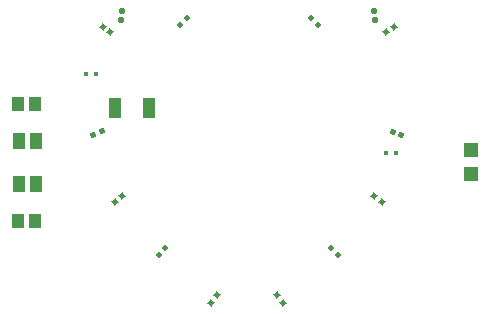
<source format=gbp>
G04*
G04 #@! TF.GenerationSoftware,Altium Limited,Altium Designer,25.0.2 (28)*
G04*
G04 Layer_Color=128*
%FSLAX44Y44*%
%MOMM*%
G71*
G04*
G04 #@! TF.SameCoordinates,16F35CEF-FA67-4110-AEDA-BA59390F761F*
G04*
G04*
G04 #@! TF.FilePolarity,Positive*
G04*
G01*
G75*
%ADD14R,0.4500X0.4500*%
%ADD42R,1.0500X1.4000*%
%ADD43R,1.1000X1.7000*%
%ADD44P,0.6364X4X263.0*%
%ADD45P,0.6364X4X187.0*%
%ADD46P,0.6364X4X293.0*%
%ADD47P,0.6364X4X180.0*%
%ADD48P,0.6364X4X173.0*%
%ADD49P,0.6364X4X160.0*%
%ADD50P,0.6364X4X100.0*%
%ADD51P,0.6364X4X400.0*%
%ADD52P,0.6364X4X270.0*%
%ADD53P,0.6364X4X277.0*%
%ADD54P,0.6364X4X350.0*%
%ADD55P,0.6364X4X50.0*%
%ADD56R,1.2000X1.2000*%
%ADD57R,1.0057X1.3082*%
D14*
X1445070Y796290D02*
D03*
X1453070D02*
D03*
X1199070Y863600D02*
D03*
X1191070D02*
D03*
D42*
X1133920Y806670D02*
D03*
Y770670D02*
D03*
X1148420Y806670D02*
D03*
Y770670D02*
D03*
D43*
X1243860Y834390D02*
D03*
X1214860D02*
D03*
D44*
X1352537Y676152D02*
D03*
X1357463Y669848D02*
D03*
D45*
X1301463Y676152D02*
D03*
X1296537Y669848D02*
D03*
D46*
X1450291Y814498D02*
D03*
X1457708Y811502D02*
D03*
D47*
X1257828Y715828D02*
D03*
X1252172Y710172D02*
D03*
X1275828Y910828D02*
D03*
X1270172Y905172D02*
D03*
D48*
X1221152Y760463D02*
D03*
X1214848Y755537D02*
D03*
D49*
X1204046Y815209D02*
D03*
X1196795Y811828D02*
D03*
D50*
X1211277Y898706D02*
D03*
X1204724Y903294D02*
D03*
D51*
X1220651Y909015D02*
D03*
X1221349Y916985D02*
D03*
D52*
X1398171Y715828D02*
D03*
X1403828Y710172D02*
D03*
X1386828Y905172D02*
D03*
X1381172Y910828D02*
D03*
D53*
X1434848Y760463D02*
D03*
X1441152Y755537D02*
D03*
D54*
X1444724Y898706D02*
D03*
X1451277Y903294D02*
D03*
D55*
X1435348Y909015D02*
D03*
X1434651Y916985D02*
D03*
D56*
X1516380Y778500D02*
D03*
Y799500D02*
D03*
D57*
X1132737Y838000D02*
D03*
X1147263D02*
D03*
Y739000D02*
D03*
X1132737D02*
D03*
M02*

</source>
